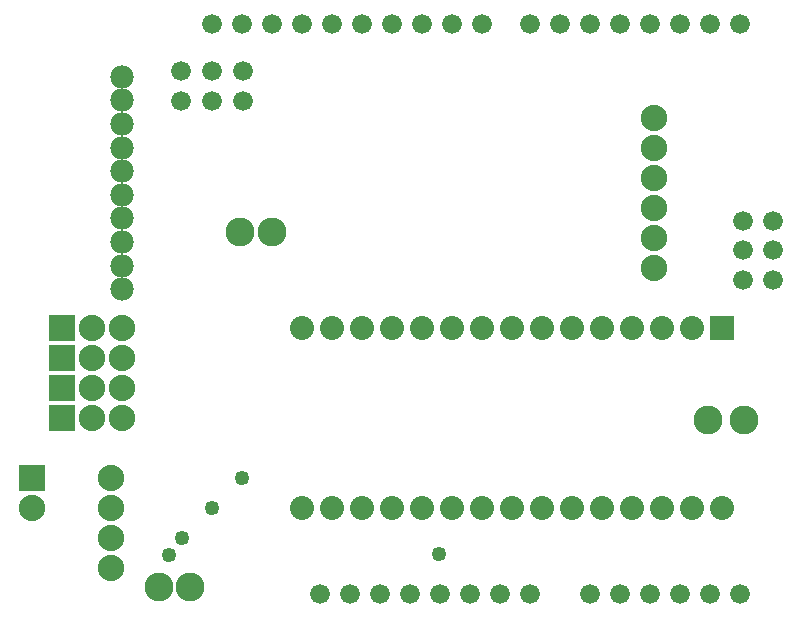
<source format=gbs>
G04 MADE WITH FRITZING*
G04 WWW.FRITZING.ORG*
G04 DOUBLE SIDED*
G04 HOLES PLATED*
G04 CONTOUR ON CENTER OF CONTOUR VECTOR*
%ASAXBY*%
%FSLAX23Y23*%
%MOIN*%
%OFA0B0*%
%SFA1.0B1.0*%
%ADD10C,0.096614*%
%ADD11C,0.049370*%
%ADD12C,0.080000*%
%ADD13C,0.088000*%
%ADD14C,0.077559*%
%ADD15C,0.065990*%
%ADD16R,0.080000X0.079972*%
%ADD17R,0.088000X0.088000*%
%LNMASK0*%
G90*
G70*
G54D10*
X951Y1307D03*
X846Y1307D03*
X678Y123D03*
X2526Y680D03*
X2406Y680D03*
X573Y123D03*
G54D11*
X1507Y234D03*
X609Y230D03*
G54D12*
X2452Y989D03*
X2352Y989D03*
X2252Y989D03*
X2152Y989D03*
X2052Y989D03*
X1952Y989D03*
X1852Y989D03*
X1752Y989D03*
X1652Y989D03*
X1552Y989D03*
X1452Y989D03*
X1352Y989D03*
X1252Y989D03*
X1152Y989D03*
X1052Y989D03*
X2452Y389D03*
X2352Y389D03*
X2252Y389D03*
X2152Y389D03*
X2052Y389D03*
X1952Y389D03*
X1852Y389D03*
X1752Y389D03*
X1652Y389D03*
X1552Y389D03*
X1452Y389D03*
X1352Y389D03*
X1252Y389D03*
X1152Y389D03*
X1052Y389D03*
G54D13*
X152Y489D03*
X152Y389D03*
X413Y489D03*
X413Y389D03*
X413Y289D03*
X413Y189D03*
G54D14*
X452Y1826D03*
X452Y1747D03*
X452Y1668D03*
X452Y1589D03*
X452Y1511D03*
X452Y1432D03*
X452Y1353D03*
X452Y1274D03*
X452Y1196D03*
X452Y1117D03*
G54D13*
X2223Y1689D03*
X2223Y1589D03*
X2223Y1489D03*
X2223Y1389D03*
X2223Y1289D03*
X2223Y1189D03*
G54D11*
X752Y389D03*
X652Y289D03*
X852Y488D03*
G54D15*
X2112Y100D03*
X2212Y100D03*
X2312Y100D03*
X2412Y100D03*
X2512Y100D03*
X1652Y2000D03*
X1552Y2000D03*
X1452Y2000D03*
X1352Y2000D03*
X1252Y2000D03*
X1152Y2000D03*
X1052Y2000D03*
X952Y2000D03*
X852Y2000D03*
X752Y2000D03*
X2512Y2000D03*
X2412Y2000D03*
X2312Y2000D03*
X2212Y2000D03*
X2112Y2000D03*
X2012Y2000D03*
X1912Y2000D03*
X1812Y2000D03*
X1212Y100D03*
X1112Y100D03*
X1312Y100D03*
X1412Y100D03*
X1512Y100D03*
X1612Y100D03*
X1712Y100D03*
X1812Y100D03*
X2012Y100D03*
X2620Y1346D03*
X2520Y1346D03*
X2620Y1247D03*
X2520Y1247D03*
X2620Y1148D03*
X2520Y1148D03*
X751Y1845D03*
X751Y1746D03*
X855Y1845D03*
X855Y1746D03*
X647Y1845D03*
X647Y1746D03*
G54D13*
X252Y689D03*
X352Y689D03*
X452Y689D03*
X252Y789D03*
X352Y789D03*
X452Y789D03*
X252Y889D03*
X352Y889D03*
X452Y889D03*
X252Y989D03*
X352Y989D03*
X452Y989D03*
G54D16*
X2452Y989D03*
G54D17*
X152Y489D03*
X252Y689D03*
X252Y789D03*
X252Y889D03*
X252Y989D03*
G04 End of Mask0*
M02*
</source>
